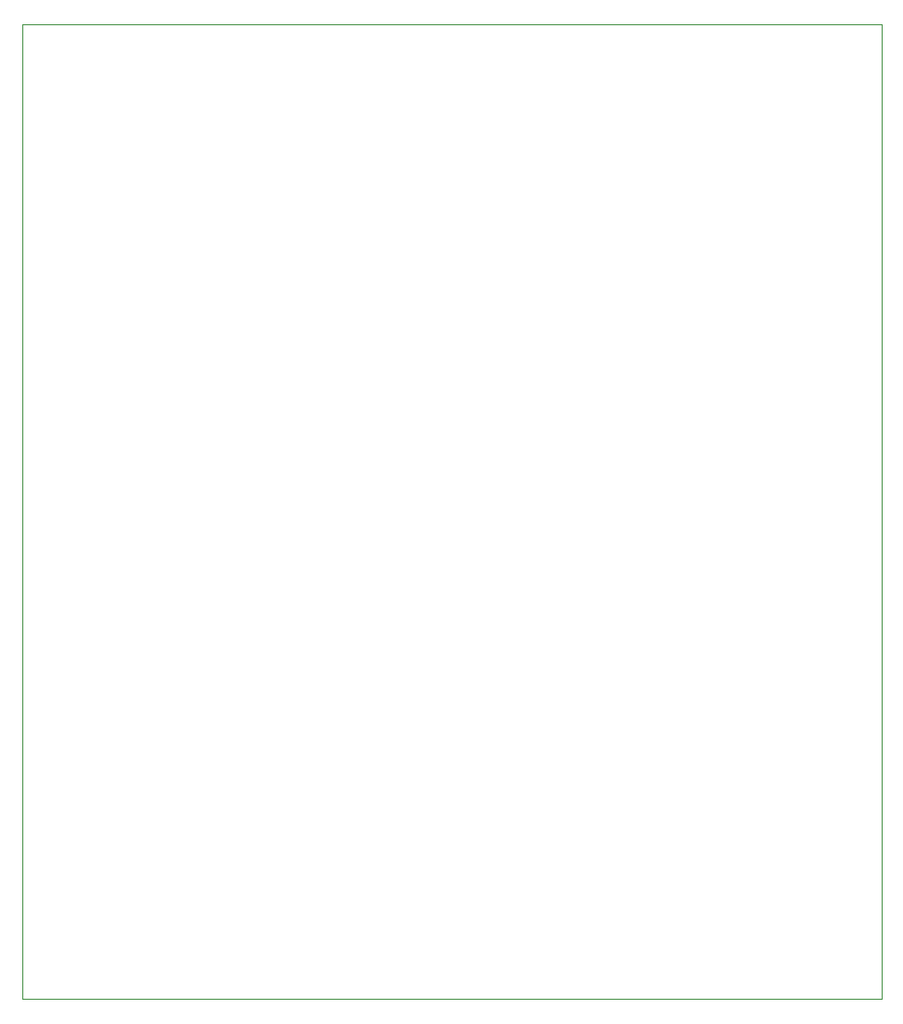
<source format=gbr>
%TF.GenerationSoftware,KiCad,Pcbnew,7.0.10*%
%TF.CreationDate,2024-02-05T00:38:03+01:00*%
%TF.ProjectId,Powerlabstech_Stool,506f7765-726c-4616-9273-746563685f53,rev?*%
%TF.SameCoordinates,Original*%
%TF.FileFunction,Profile,NP*%
%FSLAX46Y46*%
G04 Gerber Fmt 4.6, Leading zero omitted, Abs format (unit mm)*
G04 Created by KiCad (PCBNEW 7.0.10) date 2024-02-05 00:38:03*
%MOMM*%
%LPD*%
G01*
G04 APERTURE LIST*
%TA.AperFunction,Profile*%
%ADD10C,0.100000*%
%TD*%
G04 APERTURE END LIST*
D10*
X76500000Y-58500000D02*
X151500000Y-58500000D01*
X151500000Y-143500000D01*
X76500000Y-143500000D01*
X76500000Y-58500000D01*
M02*

</source>
